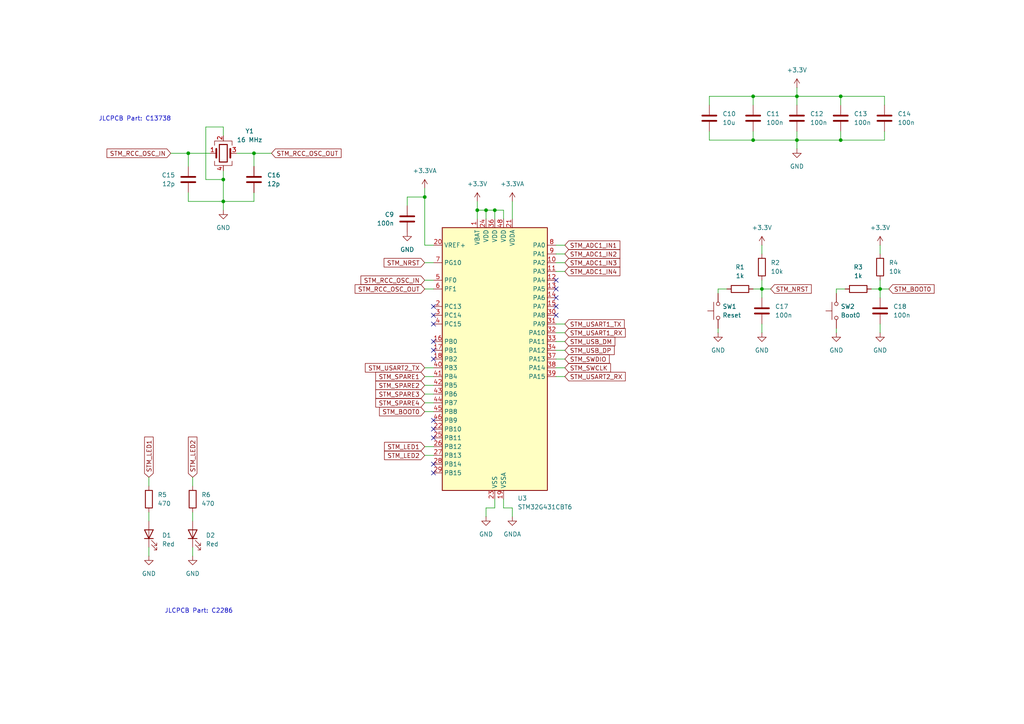
<source format=kicad_sch>
(kicad_sch (version 20250114) (generator "eeschema") (generator_version "9.0")
  (paper "A4")
  (title_block (title "Midi Expressor") (date "2025-12-26") (rev "0.1") (company "Amon Benson"))
  (lib_symbols
    (symbol "Device:C" (pin_numbers (hide yes)) (pin_names (offset 0.254))
      (property "Reference" "C" (at 0.635 2.54 0))
      (property "Value" "C" (at 0.635 -2.54 0))
      (symbol "C_0_1"
        (polyline (pts (xy -2.032 0.762) (xy 2.032 0.762)) (stroke (width 0.508)))
        (polyline (pts (xy -2.032 -0.762) (xy 2.032 -0.762)) (stroke (width 0.508)))
      )
      (symbol "C_1_1"
        (pin passive line (at 0 3.81 270) (length 2.794) (name "~") (number "1"))
        (pin passive line (at 0 -3.81 90) (length 2.794) (name "~") (number "2"))
      )
    )
    (symbol "Device:Crystal_GND24" (pin_names (offset 1.016) (hide yes))
      (property "Reference" "Y" (at 3.175 5.08 0))
      (property "Value" "Crystal_GND24" (at 3.175 3.175 0))
      (symbol "Crystal_GND24_0_1"
        (polyline (pts (xy -2.54 2.286) (xy -2.54 3.556) (xy 2.54 3.556) (xy 2.54 2.286)))
        (polyline (pts (xy -2.54 0) (xy -2.032 0)))
        (polyline (pts (xy -2.54 -2.286) (xy -2.54 -3.556) (xy 2.54 -3.556) (xy 2.54 -2.286)))
        (polyline (pts (xy -2.032 -1.27) (xy -2.032 1.27)) (stroke (width 0.508)))
        (rectangle (start -1.143 2.54) (end 1.143 -2.54) (stroke (width 0.3048)))
        (polyline (pts (xy 0 3.556) (xy 0 3.81)))
        (polyline (pts (xy 0 -3.81) (xy 0 -3.556)))
        (polyline (pts (xy 2.032 0) (xy 2.54 0)))
        (polyline (pts (xy 2.032 -1.27) (xy 2.032 1.27)) (stroke (width 0.508)))
      )
      (symbol "Crystal_GND24_1_1"
        (pin passive line (at -3.81 0 0) (length 1.27) (name "1") (number "1"))
        (pin passive line (at 0 5.08 270) (length 1.27) (name "2") (number "2"))
        (pin passive line (at 0 -5.08 90) (length 1.27) (name "4") (number "4"))
        (pin passive line (at 3.81 0 180) (length 1.27) (name "3") (number "3"))
      )
    )
    (symbol "Device:LED" (pin_numbers (hide yes)) (pin_names (offset 1.016) (hide yes))
      (property "Reference" "D" (at 0 2.54 0))
      (property "Value" "LED" (at 0 -2.54 0))
      (symbol "LED_0_1"
        (polyline (pts (xy -3.048 -0.762) (xy -4.572 -2.286) (xy -3.81 -2.286) (xy -4.572 -2.286) (xy -4.572 -1.524)))
        (polyline (pts (xy -1.778 -0.762) (xy -3.302 -2.286) (xy -2.54 -2.286) (xy -3.302 -2.286) (xy -3.302 -1.524)))
        (polyline (pts (xy -1.27 0) (xy 1.27 0)))
        (polyline (pts (xy -1.27 -1.27) (xy -1.27 1.27)) (stroke (width 0.254)))
        (polyline (pts (xy 1.27 -1.27) (xy 1.27 1.27) (xy -1.27 0) (xy 1.27 -1.27)) (stroke (width 0.254)))
      )
      (symbol "LED_1_1"
        (pin passive line (at -3.81 0 0) (length 2.54) (name "K") (number "1"))
        (pin passive line (at 3.81 0 180) (length 2.54) (name "A") (number "2"))
      )
    )
    (symbol "Device:R" (pin_numbers (hide yes)) (pin_names (offset 0))
      (property "Reference" "R" (at 2.032 0 90))
      (property "Value" "R" (at 0 0 90))
      (symbol "R_0_1"
        (rectangle (start -1.016 -2.54) (end 1.016 2.54) (stroke (width 0.254)))
      )
      (symbol "R_1_1"
        (pin passive line (at 0 3.81 270) (length 1.27) (name "~") (number "1"))
        (pin passive line (at 0 -3.81 90) (length 1.27) (name "~") (number "2"))
      )
    )
    (symbol "MCU_ST_STM32G4:STM32G431CBTx"
      (property "Reference" "U" (at -15.24 39.37 0))
      (property "Value" "STM32G431CBTx" (at 7.62 39.37 0))
      (symbol "STM32G431CBTx_0_1"
        (rectangle (start -15.24 -38.1) (end 15.24 38.1) (stroke (width 0.254)) (fill (type background)))
      )
      (symbol "STM32G431CBTx_1_1"
        (pin input line (at -17.78 33.02 0) (length 2.54) (name "VREF+") (number "20"))
        (pin bidirectional line (at -17.78 27.94 0) (length 2.54) (name "PG10") (number "7"))
        (pin bidirectional line (at -17.78 22.86 0) (length 2.54) (name "PF0") (number "5"))
        (pin bidirectional line (at -17.78 20.32 0) (length 2.54) (name "PF1") (number "6"))
        (pin bidirectional line (at -17.78 15.24 0) (length 2.54) (name "PC13") (number "2"))
        (pin bidirectional line (at -17.78 12.7 0) (length 2.54) (name "PC14") (number "3"))
        (pin bidirectional line (at -17.78 10.16 0) (length 2.54) (name "PC15") (number "4"))
        (pin bidirectional line (at -17.78 5.08 0) (length 2.54) (name "PB0") (number "16"))
        (pin bidirectional line (at -17.78 2.54 0) (length 2.54) (name "PB1") (number "17"))
        (pin bidirectional line (at -17.78 0 0) (length 2.54) (name "PB2") (number "18"))
        (pin bidirectional line (at -17.78 -2.54 0) (length 2.54) (name "PB3") (number "40"))
        (pin bidirectional line (at -17.78 -5.08 0) (length 2.54) (name "PB4") (number "41"))
        (pin bidirectional line (at -17.78 -7.62 0) (length 2.54) (name "PB5") (number "42"))
        (pin bidirectional line (at -17.78 -10.16 0) (length 2.54) (name "PB6") (number "43"))
        (pin bidirectional line (at -17.78 -12.7 0) (length 2.54) (name "PB7") (number "44"))
        (pin bidirectional line (at -17.78 -15.24 0) (length 2.54) (name "PB8") (number "45"))
        (pin bidirectional line (at -17.78 -17.78 0) (length 2.54) (name "PB9") (number "46"))
        (pin bidirectional line (at -17.78 -20.32 0) (length 2.54) (name "PB10") (number "22"))
        (pin bidirectional line (at -17.78 -22.86 0) (length 2.54) (name "PB11") (number "25"))
        (pin bidirectional line (at -17.78 -25.4 0) (length 2.54) (name "PB12") (number "26"))
        (pin bidirectional line (at -17.78 -27.94 0) (length 2.54) (name "PB13") (number "27"))
        (pin bidirectional line (at -17.78 -30.48 0) (length 2.54) (name "PB14") (number "28"))
        (pin bidirectional line (at -17.78 -33.02 0) (length 2.54) (name "PB15") (number "29"))
        (pin power_in line (at -5.08 40.64 270) (length 2.54) (name "VBAT") (number "1"))
        (pin power_in line (at -2.54 40.64 270) (length 2.54) (name "VDD") (number "24"))
        (pin power_in line (at 0 40.64 270) (length 2.54) (name "VDD") (number "36"))
        (pin power_in line (at 0 -40.64 90) (length 2.54) (name "VSS") (number "23"))
        (pin passive line (at 0 -40.64 90) (length 2.54) (hide yes) (name "VSS") (number "35"))
        (pin passive line (at 0 -40.64 90) (length 2.54) (hide yes) (name "VSS") (number "47"))
        (pin power_in line (at 2.54 40.64 270) (length 2.54) (name "VDD") (number "48"))
        (pin power_in line (at 2.54 -40.64 90) (length 2.54) (name "VSSA") (number "19"))
        (pin power_in line (at 5.08 40.64 270) (length 2.54) (name "VDDA") (number "21"))
        (pin bidirectional line (at 17.78 33.02 180) (length 2.54) (name "PA0") (number "8"))
        (pin bidirectional line (at 17.78 30.48 180) (length 2.54) (name "PA1") (number "9"))
        (pin bidirectional line (at 17.78 27.94 180) (length 2.54) (name "PA2") (number "10"))
        (pin bidirectional line (at 17.78 25.4 180) (length 2.54) (name "PA3") (number "11"))
        (pin bidirectional line (at 17.78 22.86 180) (length 2.54) (name "PA4") (number "12"))
        (pin bidirectional line (at 17.78 20.32 180) (length 2.54) (name "PA5") (number "13"))
        (pin bidirectional line (at 17.78 17.78 180) (length 2.54) (name "PA6") (number "14"))
        (pin bidirectional line (at 17.78 15.24 180) (length 2.54) (name "PA7") (number "15"))
        (pin bidirectional line (at 17.78 12.7 180) (length 2.54) (name "PA8") (number "30"))
        (pin bidirectional line (at 17.78 10.16 180) (length 2.54) (name "PA9") (number "31"))
        (pin bidirectional line (at 17.78 7.62 180) (length 2.54) (name "PA10") (number "32"))
        (pin bidirectional line (at 17.78 5.08 180) (length 2.54) (name "PA11") (number "33"))
        (pin bidirectional line (at 17.78 2.54 180) (length 2.54) (name "PA12") (number "34"))
        (pin bidirectional line (at 17.78 0 180) (length 2.54) (name "PA13") (number "37"))
        (pin bidirectional line (at 17.78 -2.54 180) (length 2.54) (name "PA14") (number "38"))
        (pin bidirectional line (at 17.78 -5.08 180) (length 2.54) (name "PA15") (number "39"))
      )
    )
    (symbol "Switch:SW_Push" (pin_numbers (hide yes)) (pin_names (offset 1.016) (hide yes))
      (property "Reference" "SW" (at 1.27 2.54 0))
      (property "Value" "SW_Push" (at 0 -1.524 0))
      (symbol "SW_Push_0_1"
        (circle (center -2.032 0) (radius 0.508))
        (polyline (pts (xy 0 1.27) (xy 0 3.048)))
        (circle (center 2.032 0) (radius 0.508))
        (polyline (pts (xy 2.54 1.27) (xy -2.54 1.27)))
        (pin passive line (at -5.08 0 0) (length 2.54) (name "1") (number "1"))
        (pin passive line (at 5.08 0 180) (length 2.54) (name "2") (number "2"))
      )
    )
    (symbol "power:+3.3V" (power) (pin_numbers (hide yes)) (pin_names (offset 0) (hide yes))
      (property "Value" "+3.3V" (at 0 3.556 0))
      (symbol "+3.3V_0_1"
        (polyline (pts (xy -0.762 1.27) (xy 0 2.54)))
        (polyline (pts (xy 0 2.54) (xy 0.762 1.27)))
        (polyline (pts (xy 0 0) (xy 0 2.54)))
      )
      (symbol "+3.3V_1_1"
        (pin power_in line (at 0 0 90) (length 0) (name "~") (number "1"))
      )
    )
    (symbol "power:+3.3VA" (power) (pin_numbers (hide yes)) (pin_names (offset 0) (hide yes))
      (property "Value" "+3.3VA" (at 0 3.556 0))
      (symbol "+3.3VA_0_1"
        (polyline (pts (xy -0.762 1.27) (xy 0 2.54)))
        (polyline (pts (xy 0 2.54) (xy 0.762 1.27)))
        (polyline (pts (xy 0 0) (xy 0 2.54)))
      )
      (symbol "+3.3VA_1_1"
        (pin power_in line (at 0 0 90) (length 0) (name "~") (number "1"))
      )
    )
    (symbol "power:GND" (power) (pin_numbers (hide yes)) (pin_names (offset 0) (hide yes))
      (property "Value" "GND" (at 0 -3.81 0))
      (symbol "GND_0_1"
        (polyline (pts (xy 0 0) (xy 0 -1.27) (xy 1.27 -1.27) (xy 0 -2.54) (xy -1.27 -1.27) (xy 0 -1.27)))
      )
      (symbol "GND_1_1"
        (pin power_in line (at 0 0 270) (length 0) (name "~") (number "1"))
      )
    )
    (symbol "power:GNDA" (power) (pin_numbers (hide yes)) (pin_names (offset 0) (hide yes))
      (property "Value" "GNDA" (at 0 -3.81 0))
      (symbol "GNDA_0_1"
        (polyline (pts (xy 0 0) (xy 0 -1.27) (xy 1.27 -1.27) (xy 0 -2.54) (xy -1.27 -1.27) (xy 0 -1.27)))
      )
      (symbol "GNDA_1_1"
        (pin power_in line (at 0 0 270) (length 0) (name "~") (number "1"))
      )
    )
  )
  (text "JLCPCB Part: C2286" (at 57.658 177.292 0) (effects (font (size 1.27 1.27))))
  (text "JLCPCB Part: C13738" (at 39.116 34.544 0) (effects (font (size 1.27 1.27))))
  (junction (at 243.84 40.64))
  (junction (at 231.14 40.64))
  (junction (at 123.19 57.15))
  (junction (at 138.43 60.96))
  (junction (at 243.84 27.94))
  (junction (at 54.61 44.45))
  (junction (at 143.51 60.96))
  (junction (at 73.66 44.45))
  (junction (at 231.14 27.94))
  (junction (at 220.98 83.82))
  (junction (at 64.77 58.42))
  (junction (at 255.27 83.82))
  (junction (at 218.44 27.94))
  (junction (at 218.44 40.64))
  (junction (at 64.77 52.07))
  (junction (at 140.97 60.96))
  (no_connect (at 125.73 124.46))
  (no_connect (at 125.73 99.06))
  (no_connect (at 161.29 83.82))
  (no_connect (at 161.29 91.44))
  (no_connect (at 125.73 127))
  (no_connect (at 125.73 137.16))
  (no_connect (at 125.73 134.62))
  (no_connect (at 125.73 93.98))
  (no_connect (at 161.29 86.36))
  (no_connect (at 125.73 88.9))
  (no_connect (at 161.29 88.9))
  (no_connect (at 125.73 91.44))
  (no_connect (at 125.73 104.14))
  (no_connect (at 161.29 81.28))
  (no_connect (at 125.73 101.6))
  (no_connect (at 125.73 121.92))
  (wire (pts (xy 73.66 55.88) (xy 73.66 58.42)))
  (wire (pts (xy 123.19 106.68) (xy 125.73 106.68)))
  (wire (pts (xy 118.11 59.69) (xy 118.11 57.15)))
  (wire (pts (xy 242.57 95.25) (xy 242.57 96.52)))
  (wire (pts (xy 123.19 132.08) (xy 125.73 132.08)))
  (wire (pts (xy 123.19 114.3) (xy 125.73 114.3)))
  (wire (pts (xy 140.97 147.32) (xy 143.51 147.32)))
  (wire (pts (xy 220.98 81.28) (xy 220.98 83.82)))
  (wire (pts (xy 54.61 58.42) (xy 64.77 58.42)))
  (wire (pts (xy 220.98 83.82) (xy 220.98 86.36)))
  (wire (pts (xy 43.18 148.59) (xy 43.18 151.13)))
  (wire (pts (xy 208.28 95.25) (xy 208.28 96.52)))
  (wire (pts (xy 161.29 99.06) (xy 163.83 99.06)))
  (wire (pts (xy 243.84 40.64) (xy 231.14 40.64)))
  (wire (pts (xy 146.05 60.96) (xy 143.51 60.96)))
  (wire (pts (xy 123.19 129.54) (xy 125.73 129.54)))
  (wire (pts (xy 118.11 57.15) (xy 123.19 57.15)))
  (wire (pts (xy 220.98 96.52) (xy 220.98 93.98)))
  (wire (pts (xy 54.61 55.88) (xy 54.61 58.42)))
  (wire (pts (xy 161.29 106.68) (xy 163.83 106.68)))
  (wire (pts (xy 218.44 27.94) (xy 218.44 30.48)))
  (wire (pts (xy 148.59 58.42) (xy 148.59 63.5)))
  (wire (pts (xy 146.05 147.32) (xy 146.05 144.78)))
  (wire (pts (xy 64.77 49.53) (xy 64.77 52.07)))
  (wire (pts (xy 73.66 44.45) (xy 73.66 48.26)))
  (wire (pts (xy 43.18 138.43) (xy 43.18 140.97)))
  (wire (pts (xy 231.14 27.94) (xy 231.14 30.48)))
  (wire (pts (xy 256.54 38.1) (xy 256.54 40.64)))
  (wire (pts (xy 123.19 76.2) (xy 125.73 76.2)))
  (wire (pts (xy 64.77 58.42) (xy 64.77 60.96)))
  (wire (pts (xy 55.88 138.43) (xy 55.88 140.97)))
  (wire (pts (xy 54.61 44.45) (xy 60.96 44.45)))
  (wire (pts (xy 205.74 38.1) (xy 205.74 40.64)))
  (wire (pts (xy 140.97 60.96) (xy 140.97 63.5)))
  (wire (pts (xy 252.73 83.82) (xy 255.27 83.82)))
  (wire (pts (xy 205.74 30.48) (xy 205.74 27.94)))
  (wire (pts (xy 220.98 83.82) (xy 223.52 83.82)))
  (wire (pts (xy 220.98 71.12) (xy 220.98 73.66)))
  (wire (pts (xy 243.84 27.94) (xy 231.14 27.94)))
  (wire (pts (xy 123.19 57.15) (xy 123.19 71.12)))
  (wire (pts (xy 140.97 147.32) (xy 140.97 149.86)))
  (wire (pts (xy 123.19 54.61) (xy 123.19 57.15)))
  (wire (pts (xy 123.19 83.82) (xy 125.73 83.82)))
  (wire (pts (xy 73.66 58.42) (xy 64.77 58.42)))
  (wire (pts (xy 255.27 71.12) (xy 255.27 73.66)))
  (wire (pts (xy 161.29 104.14) (xy 163.83 104.14)))
  (wire (pts (xy 73.66 44.45) (xy 78.74 44.45)))
  (wire (pts (xy 255.27 96.52) (xy 255.27 93.98)))
  (wire (pts (xy 161.29 73.66) (xy 163.83 73.66)))
  (wire (pts (xy 148.59 147.32) (xy 146.05 147.32)))
  (wire (pts (xy 64.77 36.83) (xy 59.69 36.83)))
  (wire (pts (xy 255.27 83.82) (xy 255.27 86.36)))
  (wire (pts (xy 205.74 40.64) (xy 218.44 40.64)))
  (wire (pts (xy 242.57 83.82) (xy 242.57 85.09)))
  (wire (pts (xy 143.51 147.32) (xy 143.51 144.78)))
  (wire (pts (xy 123.19 71.12) (xy 125.73 71.12)))
  (wire (pts (xy 59.69 36.83) (xy 59.69 52.07)))
  (wire (pts (xy 143.51 60.96) (xy 143.51 63.5)))
  (wire (pts (xy 231.14 25.4) (xy 231.14 27.94)))
  (wire (pts (xy 148.59 147.32) (xy 148.59 149.86)))
  (wire (pts (xy 218.44 40.64) (xy 218.44 38.1)))
  (wire (pts (xy 140.97 60.96) (xy 138.43 60.96)))
  (wire (pts (xy 123.19 111.76) (xy 125.73 111.76)))
  (wire (pts (xy 256.54 30.48) (xy 256.54 27.94)))
  (wire (pts (xy 256.54 40.64) (xy 243.84 40.64)))
  (wire (pts (xy 161.29 93.98) (xy 163.83 93.98)))
  (wire (pts (xy 64.77 39.37) (xy 64.77 36.83)))
  (wire (pts (xy 161.29 101.6) (xy 163.83 101.6)))
  (wire (pts (xy 243.84 27.94) (xy 243.84 30.48)))
  (wire (pts (xy 256.54 27.94) (xy 243.84 27.94)))
  (wire (pts (xy 243.84 40.64) (xy 243.84 38.1)))
  (wire (pts (xy 161.29 96.52) (xy 163.83 96.52)))
  (wire (pts (xy 205.74 27.94) (xy 218.44 27.94)))
  (wire (pts (xy 54.61 44.45) (xy 54.61 48.26)))
  (wire (pts (xy 161.29 78.74) (xy 163.83 78.74)))
  (wire (pts (xy 59.69 52.07) (xy 64.77 52.07)))
  (wire (pts (xy 49.53 44.45) (xy 54.61 44.45)))
  (wire (pts (xy 255.27 81.28) (xy 255.27 83.82)))
  (wire (pts (xy 161.29 76.2) (xy 163.83 76.2)))
  (wire (pts (xy 123.19 116.84) (xy 125.73 116.84)))
  (wire (pts (xy 68.58 44.45) (xy 73.66 44.45)))
  (wire (pts (xy 64.77 52.07) (xy 64.77 58.42)))
  (wire (pts (xy 43.18 158.75) (xy 43.18 161.29)))
  (wire (pts (xy 123.19 81.28) (xy 125.73 81.28)))
  (wire (pts (xy 55.88 158.75) (xy 55.88 161.29)))
  (wire (pts (xy 143.51 60.96) (xy 140.97 60.96)))
  (wire (pts (xy 123.19 119.38) (xy 125.73 119.38)))
  (wire (pts (xy 208.28 83.82) (xy 208.28 85.09)))
  (wire (pts (xy 218.44 27.94) (xy 231.14 27.94)))
  (wire (pts (xy 231.14 40.64) (xy 231.14 43.18)))
  (wire (pts (xy 161.29 71.12) (xy 163.83 71.12)))
  (wire (pts (xy 138.43 60.96) (xy 138.43 63.5)))
  (wire (pts (xy 55.88 148.59) (xy 55.88 151.13)))
  (wire (pts (xy 231.14 40.64) (xy 231.14 38.1)))
  (wire (pts (xy 218.44 83.82) (xy 220.98 83.82)))
  (wire (pts (xy 255.27 83.82) (xy 257.81 83.82)))
  (wire (pts (xy 123.19 109.22) (xy 125.73 109.22)))
  (wire (pts (xy 161.29 109.22) (xy 163.83 109.22)))
  (wire (pts (xy 146.05 63.5) (xy 146.05 60.96)))
  (wire (pts (xy 245.11 83.82) (xy 242.57 83.82)))
  (wire (pts (xy 218.44 40.64) (xy 231.14 40.64)))
  (wire (pts (xy 210.82 83.82) (xy 208.28 83.82)))
  (wire (pts (xy 138.43 58.42) (xy 138.43 60.96)))
  (global_label "STM_ADC1_IN1" (shape input) (at 163.83 71.12 0) (property "Intersheetrefs" "${INTERSHEET_REFS}" (effects (hide yes))))
  (global_label "STM_NRST" (shape input) (at 123.19 76.2 180) (property "Intersheetrefs" "${INTERSHEET_REFS}" (effects (hide yes))))
  (global_label "STM_BOOT0" (shape input) (at 123.19 119.38 180) (property "Intersheetrefs" "${INTERSHEET_REFS}" (effects (hide yes))))
  (global_label "STM_SPARE2" (shape input) (at 123.19 111.76 180) (property "Intersheetrefs" "${INTERSHEET_REFS}" (effects (hide yes))))
  (global_label "STM_USART2_TX" (shape input) (at 123.19 106.68 180) (property "Intersheetrefs" "${INTERSHEET_REFS}" (effects (hide yes))))
  (global_label "STM_SPARE3" (shape input) (at 123.19 114.3 180) (property "Intersheetrefs" "${INTERSHEET_REFS}" (effects (hide yes))))
  (global_label "STM_LED2" (shape input) (at 55.88 138.43 90) (property "Intersheetrefs" "${INTERSHEET_REFS}" (effects (hide yes))))
  (global_label "STM_BOOT0" (shape input) (at 257.81 83.82 0) (property "Intersheetrefs" "${INTERSHEET_REFS}" (effects (hide yes))))
  (global_label "STM_USB_DP" (shape input) (at 163.83 101.6 0) (property "Intersheetrefs" "${INTERSHEET_REFS}" (effects (hide yes))))
  (global_label "STM_LED1" (shape input) (at 43.18 138.43 90) (property "Intersheetrefs" "${INTERSHEET_REFS}" (effects (hide yes))))
  (global_label "STM_ADC1_IN3" (shape input) (at 163.83 76.2 0) (property "Intersheetrefs" "${INTERSHEET_REFS}" (effects (hide yes))))
  (global_label "STM_SWDIO" (shape input) (at 163.83 104.14 0) (property "Intersheetrefs" "${INTERSHEET_REFS}" (effects (hide yes))))
  (global_label "STM_NRST" (shape input) (at 223.52 83.82 0) (property "Intersheetrefs" "${INTERSHEET_REFS}" (effects (hide yes))))
  (global_label "STM_ADC1_IN4" (shape input) (at 163.83 78.74 0) (property "Intersheetrefs" "${INTERSHEET_REFS}" (effects (hide yes))))
  (global_label "STM_RCC_OSC_OUT" (shape input) (at 123.19 83.82 180) (property "Intersheetrefs" "${INTERSHEET_REFS}" (effects (hide yes))))
  (global_label "STM_LED2" (shape input) (at 123.19 132.08 180) (property "Intersheetrefs" "${INTERSHEET_REFS}" (effects (hide yes))))
  (global_label "STM_USART1_TX" (shape input) (at 163.83 93.98 0) (property "Intersheetrefs" "${INTERSHEET_REFS}" (effects (hide yes))))
  (global_label "STM_SWCLK" (shape input) (at 163.83 106.68 0) (property "Intersheetrefs" "${INTERSHEET_REFS}" (effects (hide yes))))
  (global_label "STM_USART2_RX" (shape input) (at 163.83 109.22 0) (property "Intersheetrefs" "${INTERSHEET_REFS}" (effects (hide yes))))
  (global_label "STM_ADC1_IN2" (shape input) (at 163.83 73.66 0) (property "Intersheetrefs" "${INTERSHEET_REFS}" (effects (hide yes))))
  (global_label "STM_USB_DM" (shape input) (at 163.83 99.06 0) (property "Intersheetrefs" "${INTERSHEET_REFS}" (effects (hide yes))))
  (global_label "STM_SPARE4" (shape input) (at 123.19 116.84 180) (property "Intersheetrefs" "${INTERSHEET_REFS}" (effects (hide yes))))
  (global_label "STM_LED1" (shape input) (at 123.19 129.54 180) (property "Intersheetrefs" "${INTERSHEET_REFS}" (effects (hide yes))))
  (global_label "STM_RCC_OSC_IN" (shape input) (at 49.53 44.45 180) (property "Intersheetrefs" "${INTERSHEET_REFS}" (effects (hide yes))))
  (global_label "STM_SPARE1" (shape input) (at 123.19 109.22 180) (property "Intersheetrefs" "${INTERSHEET_REFS}" (effects (hide yes))))
  (global_label "STM_RCC_OSC_OUT" (shape input) (at 78.74 44.45 0) (property "Intersheetrefs" "${INTERSHEET_REFS}" (effects (hide yes))))
  (global_label "STM_USART1_RX" (shape input) (at 163.83 96.52 0) (property "Intersheetrefs" "${INTERSHEET_REFS}" (effects (hide yes))))
  (global_label "STM_RCC_OSC_IN" (shape input) (at 123.19 81.28 180) (property "Intersheetrefs" "${INTERSHEET_REFS}" (effects (hide yes))))
  (symbol (lib_id "power:GND") (at 231.14 43.18 0) (unit 1)
    (property "Reference" "#PWR0124" (effects (hide yes)))
    (property "Value" "GND" (at 231.14 48.26 0))
    (property "Description" "Power symbol creates a global label with name \"GND\" , ground" (effects (hide yes)))
  )
  (symbol (lib_id "Device:R") (at 248.92 83.82 90) (unit 1)
    (property "Reference" "R3" (at 248.92 77.47 90))
    (property "Value" "1k" (at 248.92 80.01 90))
    (property "Footprint" "Resistor_SMD:R_0603_1608Metric" (effects (hide yes)))
    (property "Description" "Resistor" (effects (hide yes)))
    (property "LCSC" "C21190" (effects (hide yes)))
  )
  (symbol (lib_id "power:GND") (at 55.88 161.29 0) (unit 1)
    (property "Reference" "#PWR0130" (effects (hide yes)))
    (property "Value" "GND" (at 55.88 166.37 0))
    (property "Description" "Power symbol creates a global label with name \"GND\" , ground" (effects (hide yes)))
  )
  (symbol (lib_id "power:GND") (at 255.27 96.52 0) (unit 1)
    (property "Reference" "#PWR0122" (effects (hide yes)))
    (property "Value" "GND" (at 255.27 101.6 0))
    (property "Description" "Power symbol creates a global label with name \"GND\" , ground" (effects (hide yes)))
  )
  (symbol (lib_id "power:GND") (at 64.77 60.96 0) (unit 1)
    (property "Reference" "#PWR0114" (effects (hide yes)))
    (property "Value" "GND" (at 64.77 66.04 0))
    (property "Description" "Power symbol creates a global label with name \"GND\" , ground" (effects (hide yes)))
  )
  (symbol (lib_id "Device:C") (at 73.66 52.07 0) (unit 1)
    (property "Reference" "C16" (at 77.47 50.7999 0) (effects (justify left)))
    (property "Value" "12p" (at 77.47 53.3399 0) (effects (justify left)))
    (property "Footprint" "Capacitor_SMD:C_0603_1608Metric" (effects (hide yes)))
    (property "Description" "Unpolarized capacitor" (effects (hide yes)))
    (property "LCSC" "C38523" (effects (hide yes)))
  )
  (symbol (lib_id "Device:R") (at 214.63 83.82 90) (unit 1)
    (property "Reference" "R1" (at 214.63 77.47 90))
    (property "Value" "1k" (at 214.63 80.01 90))
    (property "Footprint" "Resistor_SMD:R_0603_1608Metric" (effects (hide yes)))
    (property "Description" "Resistor" (effects (hide yes)))
    (property "LCSC" "C21190" (effects (hide yes)))
  )
  (symbol (lib_id "Device:R") (at 255.27 77.47 180) (unit 1)
    (property "Reference" "R4" (at 257.81 76.1999 0) (effects (justify right)))
    (property "Value" "10k" (at 257.81 78.7399 0) (effects (justify right)))
    (property "Footprint" "Resistor_SMD:R_0603_1608Metric" (effects (hide yes)))
    (property "Description" "Resistor" (effects (hide yes)))
    (property "LCSC" "C25804" (effects (hide yes)))
  )
  (symbol (lib_id "Device:C") (at 220.98 90.17 0) (unit 1)
    (property "Reference" "C17" (at 224.79 88.8999 0) (effects (justify left)))
    (property "Value" "100n" (at 224.79 91.4399 0) (effects (justify left)))
    (property "Footprint" "Capacitor_SMD:C_0603_1608Metric" (effects (hide yes)))
    (property "Description" "Unpolarized capacitor" (effects (hide yes)))
    (property "LCSC" "C14663" (effects (hide yes)))
  )
  (symbol (lib_id "power:GND") (at 43.18 161.29 0) (unit 1)
    (property "Reference" "#PWR0129" (effects (hide yes)))
    (property "Value" "GND" (at 43.18 166.37 0))
    (property "Description" "Power symbol creates a global label with name \"GND\" , ground" (effects (hide yes)))
  )
  (symbol (lib_id "Device:Crystal_GND24") (at 64.77 44.45 0) (unit 1)
    (property "Reference" "Y1" (at 72.39 38.0298 0))
    (property "Value" "16 MHz" (at 72.39 40.5698 0))
    (property "Footprint" "Crystal:Crystal_SMD_3225-4Pin_3.2x2.5mm" (effects (hide yes)))
    (property "Description" "Four pin crystal, GND on pins 2 and 4" (effects (hide yes)))
    (property "LCSC" "C13738" (effects (hide yes)))
  )
  (symbol (lib_id "Device:C") (at 54.61 52.07 0) (mirror y) (unit 1)
    (property "Reference" "C15" (at 50.8 50.7999 0) (effects (justify left)))
    (property "Value" "12p" (at 50.8 53.3399 0) (effects (justify left)))
    (property "Footprint" "Capacitor_SMD:C_0603_1608Metric" (effects (hide yes)))
    (property "Description" "Unpolarized capacitor" (effects (hide yes)))
    (property "LCSC" "C38523" (effects (hide yes)))
  )
  (symbol (lib_id "power:+3.3VA") (at 148.59 58.42 0) (unit 1)
    (property "Reference" "#PWR0118" (effects (hide yes)))
    (property "Value" "+3.3VA" (at 148.59 53.34 0))
    (property "Description" "Power symbol creates a global label with name \"+3.3VA\"" (effects (hide yes)))
  )
  (symbol (lib_id "power:GND") (at 242.57 96.52 0) (unit 1)
    (property "Reference" "#PWR0127" (effects (hide yes)))
    (property "Value" "GND" (at 242.57 101.6 0))
    (property "Description" "Power symbol creates a global label with name \"GND\" , ground" (effects (hide yes)))
  )
  (symbol (lib_id "Device:C") (at 218.44 34.29 0) (unit 1)
    (property "Reference" "C11" (at 222.25 33.0199 0) (effects (justify left)))
    (property "Value" "100n" (at 222.25 35.5599 0) (effects (justify left)))
    (property "Footprint" "Capacitor_SMD:C_0603_1608Metric" (effects (hide yes)))
    (property "Description" "Unpolarized capacitor" (effects (hide yes)))
    (property "LCSC" "C14663" (effects (hide yes)))
  )
  (symbol (lib_id "Device:C") (at 118.11 63.5 0) (mirror y) (unit 1)
    (property "Reference" "C9" (at 114.3 62.2299 0) (effects (justify left)))
    (property "Value" "100n" (at 114.3 64.7699 0) (effects (justify left)))
    (property "Footprint" "Capacitor_SMD:C_0603_1608Metric" (effects (hide yes)))
    (property "Description" "Unpolarized capacitor" (effects (hide yes)))
    (property "LCSC" "C14663" (effects (hide yes)))
  )
  (symbol (lib_id "power:GND") (at 118.11 67.31 0) (unit 1)
    (property "Reference" "#PWR0116" (effects (hide yes)))
    (property "Value" "GND" (at 118.11 72.39 0))
    (property "Description" "Power symbol creates a global label with name \"GND\" , ground" (effects (hide yes)))
  )
  (symbol (lib_id "Device:LED") (at 55.88 154.94 90) (unit 1)
    (property "Reference" "D2" (at 59.69 155.2574 90) (effects (justify right)))
    (property "Value" "Red" (at 59.69 157.7974 90) (effects (justify right)))
    (property "Footprint" "Resistor_SMD:R_0603_1608Metric" (effects (hide yes)))
    (property "Description" "Light emitting diode" (effects (hide yes)))
    (property "Sim.Pins" "1=K 2=A" (effects (hide yes)))
    (property "LCSC" "C2286" (effects (hide yes)))
  )
  (symbol (lib_id "Device:C") (at 256.54 34.29 0) (unit 1)
    (property "Reference" "C14" (at 260.35 33.0199 0) (effects (justify left)))
    (property "Value" "100n" (at 260.35 35.5599 0) (effects (justify left)))
    (property "Footprint" "Capacitor_SMD:C_0603_1608Metric" (effects (hide yes)))
    (property "Description" "Unpolarized capacitor" (effects (hide yes)))
    (property "LCSC" "C14663" (effects (hide yes)))
  )
  (symbol (lib_id "Device:C") (at 205.74 34.29 0) (unit 1)
    (property "Reference" "C10" (at 209.55 33.0199 0) (effects (justify left)))
    (property "Value" "10u" (at 209.55 35.5599 0) (effects (justify left)))
    (property "Footprint" "Capacitor_SMD:C_0603_1608Metric" (effects (hide yes)))
    (property "Description" "Unpolarized capacitor" (effects (hide yes)))
    (property "LCSC" "C19702" (effects (hide yes)))
  )
  (symbol (lib_id "MCU_ST_STM32G4:STM32G431CBTx") (at 143.51 104.14 0) (unit 1)
    (property "Reference" "U3" (at 150.114 144.526 0) (effects (justify left)))
    (property "Value" "STM32G431CBT6" (at 150.114 147.066 0) (effects (justify left)))
    (property "Footprint" "Package_QFP:LQFP-48_7x7mm_P0.5mm" (effects (hide yes)))
    (property "Datasheet" "https://www.st.com/resource/en/datasheet/stm32g431cb.pdf" (effects (hide yes)))
    (property "Description" "STMicroelectronics Arm Cortex-M4 MCU, 128KB flash, 32KB RAM, 170 MHz, 1.71-3.6V, 38 GPIO, LQFP48" (effects (hide yes)))
    (property "LCSC" "C529355" (effects (hide yes)))
  )
  (symbol (lib_id "power:+3.3V") (at 220.98 71.12 0) (unit 1)
    (property "Reference" "#PWR0123" (effects (hide yes)))
    (property "Value" "+3.3V" (at 220.98 66.04 0))
    (property "Description" "Power symbol creates a global label with name \"+3.3V\"" (effects (hide yes)))
  )
  (symbol (lib_id "Switch:SW_Push") (at 242.57 90.17 90) (unit 1)
    (property "Reference" "SW2" (at 243.84 88.8999 90) (effects (justify right)))
    (property "Value" "Boot0" (at 243.84 91.4399 90) (effects (justify right)))
    (property "Footprint" "Button_Switch_THT:SW_PUSH_6mm" (effects (hide yes)))
    (property "Description" "Push button switch, generic, two pins" (effects (hide yes)))
  )
  (symbol (lib_id "power:+3.3V") (at 231.14 25.4 0) (unit 1)
    (property "Reference" "#PWR0119" (effects (hide yes)))
    (property "Value" "+3.3V" (at 231.14 20.32 0))
    (property "Description" "Power symbol creates a global label with name \"+3.3V\"" (effects (hide yes)))
  )
  (symbol (lib_id "Device:C") (at 255.27 90.17 0) (unit 1)
    (property "Reference" "C18" (at 259.08 88.8999 0) (effects (justify left)))
    (property "Value" "100n" (at 259.08 91.4399 0) (effects (justify left)))
    (property "Footprint" "Capacitor_SMD:C_0603_1608Metric" (effects (hide yes)))
    (property "Description" "Unpolarized capacitor" (effects (hide yes)))
    (property "LCSC" "C14663" (effects (hide yes)))
  )
  (symbol (lib_id "power:GNDA") (at 148.59 149.86 0) (unit 1)
    (property "Reference" "#PWR0120" (effects (hide yes)))
    (property "Value" "GNDA" (at 148.59 154.94 0))
    (property "Description" "Power symbol creates a global label with name \"GNDA\" , analog ground" (effects (hide yes)))
  )
  (symbol (lib_id "power:GND") (at 220.98 96.52 0) (unit 1)
    (property "Reference" "#PWR0128" (effects (hide yes)))
    (property "Value" "GND" (at 220.98 101.6 0))
    (property "Description" "Power symbol creates a global label with name \"GND\" , ground" (effects (hide yes)))
  )
  (symbol (lib_id "Switch:SW_Push") (at 208.28 90.17 90) (unit 1)
    (property "Reference" "SW1" (at 209.55 88.8999 90) (effects (justify right)))
    (property "Value" "Reset" (at 209.55 91.4399 90) (effects (justify right)))
    (property "Footprint" "Button_Switch_THT:SW_PUSH_6mm" (effects (hide yes)))
    (property "Description" "Push button switch, generic, two pins" (effects (hide yes)))
  )
  (symbol (lib_id "power:+3.3V") (at 255.27 71.12 0) (unit 1)
    (property "Reference" "#PWR0125" (effects (hide yes)))
    (property "Value" "+3.3V" (at 255.27 66.04 0))
    (property "Description" "Power symbol creates a global label with name \"+3.3V\"" (effects (hide yes)))
  )
  (symbol (lib_id "Device:R") (at 220.98 77.47 180) (unit 1)
    (property "Reference" "R2" (at 223.52 76.1999 0) (effects (justify right)))
    (property "Value" "10k" (at 223.52 78.7399 0) (effects (justify right)))
    (property "Footprint" "Resistor_SMD:R_0603_1608Metric" (effects (hide yes)))
    (property "Description" "Resistor" (effects (hide yes)))
    (property "LCSC" "C25804" (effects (hide yes)))
  )
  (symbol (lib_id "power:+3.3VA") (at 123.19 54.61 0) (unit 1)
    (property "Reference" "#PWR0115" (effects (hide yes)))
    (property "Value" "+3.3VA" (at 123.19 49.53 0))
    (property "Description" "Power symbol creates a global label with name \"+3.3VA\"" (effects (hide yes)))
  )
  (symbol (lib_id "Device:R") (at 43.18 144.78 0) (unit 1)
    (property "Reference" "R5" (at 45.72 143.5099 0) (effects (justify left)))
    (property "Value" "470" (at 45.72 146.0499 0) (effects (justify left)))
    (property "Footprint" "Resistor_SMD:R_0603_1608Metric" (effects (hide yes)))
    (property "Description" "Resistor" (effects (hide yes)))
    (property "LCSC" "C23179" (effects (hide yes)))
  )
  (symbol (lib_id "Device:C") (at 231.14 34.29 0) (unit 1)
    (property "Reference" "C12" (at 234.95 33.0199 0) (effects (justify left)))
    (property "Value" "100n" (at 234.95 35.5599 0) (effects (justify left)))
    (property "Footprint" "Capacitor_SMD:C_0603_1608Metric" (effects (hide yes)))
    (property "Description" "Unpolarized capacitor" (effects (hide yes)))
    (property "LCSC" "C14663" (effects (hide yes)))
  )
  (symbol (lib_id "Device:C") (at 243.84 34.29 0) (unit 1)
    (property "Reference" "C13" (at 247.65 33.0199 0) (effects (justify left)))
    (property "Value" "100n" (at 247.65 35.5599 0) (effects (justify left)))
    (property "Footprint" "Capacitor_SMD:C_0603_1608Metric" (effects (hide yes)))
    (property "Description" "Unpolarized capacitor" (effects (hide yes)))
    (property "LCSC" "C14663" (effects (hide yes)))
  )
  (symbol (lib_id "power:+3.3V") (at 138.43 58.42 0) (unit 1)
    (property "Reference" "#PWR0117" (effects (hide yes)))
    (property "Value" "+3.3V" (at 138.43 53.34 0))
    (property "Description" "Power symbol creates a global label with name \"+3.3V\"" (effects (hide yes)))
  )
  (symbol (lib_id "Device:LED") (at 43.18 154.94 90) (unit 1)
    (property "Reference" "D1" (at 46.99 155.2574 90) (effects (justify right)))
    (property "Value" "Red" (at 46.99 157.7974 90) (effects (justify right)))
    (property "Footprint" "Resistor_SMD:R_0603_1608Metric" (effects (hide yes)))
    (property "Description" "Light emitting diode" (effects (hide yes)))
    (property "Sim.Pins" "1=K 2=A" (effects (hide yes)))
    (property "LCSC" "C2286" (effects (hide yes)))
  )
  (symbol (lib_id "power:GND") (at 208.28 96.52 0) (unit 1)
    (property "Reference" "#PWR0126" (effects (hide yes)))
    (property "Value" "GND" (at 208.28 101.6 0))
    (property "Description" "Power symbol creates a global label with name \"GND\" , ground" (effects (hide yes)))
  )
  (symbol (lib_id "Device:R") (at 55.88 144.78 0) (unit 1)
    (property "Reference" "R6" (at 58.42 143.5099 0) (effects (justify left)))
    (property "Value" "470" (at 58.42 146.0499 0) (effects (justify left)))
    (property "Footprint" "Resistor_SMD:R_0603_1608Metric" (effects (hide yes)))
    (property "Description" "Resistor" (effects (hide yes)))
    (property "LCSC" "C23179" (effects (hide yes)))
  )
  (symbol (lib_id "power:GND") (at 140.97 149.86 0) (unit 1)
    (property "Reference" "#PWR0121" (effects (hide yes)))
    (property "Value" "GND" (at 140.97 154.94 0))
    (property "Description" "Power symbol creates a global label with name \"GND\" , ground" (effects (hide yes)))
  )
)
</source>
